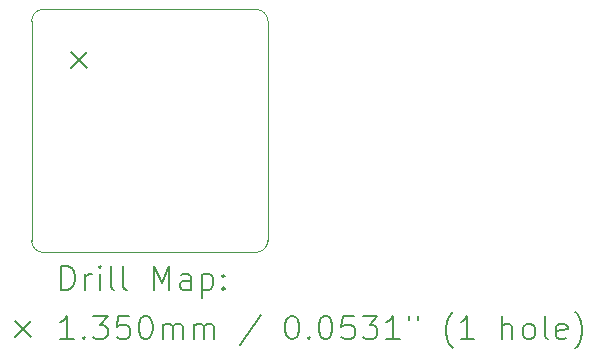
<source format=gbr>
%TF.GenerationSoftware,KiCad,Pcbnew,6.0.10+dfsg-1~bpo11+1*%
%TF.ProjectId,project,70726f6a-6563-4742-9e6b-696361645f70,rev?*%
%TF.SameCoordinates,Original*%
%TF.FileFunction,Drillmap*%
%TF.FilePolarity,Positive*%
%FSLAX45Y45*%
G04 Gerber Fmt 4.5, Leading zero omitted, Abs format (unit mm)*
%MOMM*%
%LPD*%
G01*
G04 APERTURE LIST*
%ADD10C,0.100000*%
%ADD11C,0.200000*%
%ADD12C,0.135000*%
G04 APERTURE END LIST*
D10*
X16350000Y-10740000D02*
G75*
G03*
X16250000Y-10840000I0J-100000D01*
G01*
X16350000Y-12798539D02*
X18150000Y-12798539D01*
X18250000Y-12699250D02*
X18250000Y-10840000D01*
X16250000Y-10840000D02*
X16250000Y-12699250D01*
X16249991Y-12699250D02*
G75*
G03*
X16350000Y-12798539I99649J360D01*
G01*
X18250000Y-10840000D02*
G75*
G03*
X18150000Y-10740000I-100000J0D01*
G01*
X18150000Y-12798530D02*
G75*
G03*
X18250000Y-12699250I360J99640D01*
G01*
X18150000Y-10740000D02*
X16350000Y-10740000D01*
D11*
D12*
X16582500Y-11101750D02*
X16717500Y-11236750D01*
X16717500Y-11101750D02*
X16582500Y-11236750D01*
D11*
X16502619Y-13114016D02*
X16502619Y-12914016D01*
X16550238Y-12914016D01*
X16578809Y-12923540D01*
X16597857Y-12942588D01*
X16607381Y-12961635D01*
X16616905Y-12999730D01*
X16616905Y-13028302D01*
X16607381Y-13066397D01*
X16597857Y-13085445D01*
X16578809Y-13104492D01*
X16550238Y-13114016D01*
X16502619Y-13114016D01*
X16702619Y-13114016D02*
X16702619Y-12980683D01*
X16702619Y-13018778D02*
X16712143Y-12999730D01*
X16721667Y-12990207D01*
X16740714Y-12980683D01*
X16759762Y-12980683D01*
X16826429Y-13114016D02*
X16826429Y-12980683D01*
X16826429Y-12914016D02*
X16816905Y-12923540D01*
X16826429Y-12933064D01*
X16835952Y-12923540D01*
X16826429Y-12914016D01*
X16826429Y-12933064D01*
X16950238Y-13114016D02*
X16931190Y-13104492D01*
X16921667Y-13085445D01*
X16921667Y-12914016D01*
X17055000Y-13114016D02*
X17035952Y-13104492D01*
X17026429Y-13085445D01*
X17026429Y-12914016D01*
X17283571Y-13114016D02*
X17283571Y-12914016D01*
X17350238Y-13056873D01*
X17416905Y-12914016D01*
X17416905Y-13114016D01*
X17597857Y-13114016D02*
X17597857Y-13009254D01*
X17588333Y-12990207D01*
X17569286Y-12980683D01*
X17531190Y-12980683D01*
X17512143Y-12990207D01*
X17597857Y-13104492D02*
X17578810Y-13114016D01*
X17531190Y-13114016D01*
X17512143Y-13104492D01*
X17502619Y-13085445D01*
X17502619Y-13066397D01*
X17512143Y-13047349D01*
X17531190Y-13037826D01*
X17578810Y-13037826D01*
X17597857Y-13028302D01*
X17693095Y-12980683D02*
X17693095Y-13180683D01*
X17693095Y-12990207D02*
X17712143Y-12980683D01*
X17750238Y-12980683D01*
X17769286Y-12990207D01*
X17778810Y-12999730D01*
X17788333Y-13018778D01*
X17788333Y-13075921D01*
X17778810Y-13094968D01*
X17769286Y-13104492D01*
X17750238Y-13114016D01*
X17712143Y-13114016D01*
X17693095Y-13104492D01*
X17874048Y-13094968D02*
X17883571Y-13104492D01*
X17874048Y-13114016D01*
X17864524Y-13104492D01*
X17874048Y-13094968D01*
X17874048Y-13114016D01*
X17874048Y-12990207D02*
X17883571Y-12999730D01*
X17874048Y-13009254D01*
X17864524Y-12999730D01*
X17874048Y-12990207D01*
X17874048Y-13009254D01*
D12*
X16110000Y-13376040D02*
X16245000Y-13511040D01*
X16245000Y-13376040D02*
X16110000Y-13511040D01*
D11*
X16607381Y-13534016D02*
X16493095Y-13534016D01*
X16550238Y-13534016D02*
X16550238Y-13334016D01*
X16531190Y-13362588D01*
X16512143Y-13381635D01*
X16493095Y-13391159D01*
X16693095Y-13514968D02*
X16702619Y-13524492D01*
X16693095Y-13534016D01*
X16683571Y-13524492D01*
X16693095Y-13514968D01*
X16693095Y-13534016D01*
X16769286Y-13334016D02*
X16893095Y-13334016D01*
X16826429Y-13410207D01*
X16855000Y-13410207D01*
X16874048Y-13419730D01*
X16883571Y-13429254D01*
X16893095Y-13448302D01*
X16893095Y-13495921D01*
X16883571Y-13514968D01*
X16874048Y-13524492D01*
X16855000Y-13534016D01*
X16797857Y-13534016D01*
X16778810Y-13524492D01*
X16769286Y-13514968D01*
X17074048Y-13334016D02*
X16978810Y-13334016D01*
X16969286Y-13429254D01*
X16978810Y-13419730D01*
X16997857Y-13410207D01*
X17045476Y-13410207D01*
X17064524Y-13419730D01*
X17074048Y-13429254D01*
X17083571Y-13448302D01*
X17083571Y-13495921D01*
X17074048Y-13514968D01*
X17064524Y-13524492D01*
X17045476Y-13534016D01*
X16997857Y-13534016D01*
X16978810Y-13524492D01*
X16969286Y-13514968D01*
X17207381Y-13334016D02*
X17226429Y-13334016D01*
X17245476Y-13343540D01*
X17255000Y-13353064D01*
X17264524Y-13372111D01*
X17274048Y-13410207D01*
X17274048Y-13457826D01*
X17264524Y-13495921D01*
X17255000Y-13514968D01*
X17245476Y-13524492D01*
X17226429Y-13534016D01*
X17207381Y-13534016D01*
X17188333Y-13524492D01*
X17178810Y-13514968D01*
X17169286Y-13495921D01*
X17159762Y-13457826D01*
X17159762Y-13410207D01*
X17169286Y-13372111D01*
X17178810Y-13353064D01*
X17188333Y-13343540D01*
X17207381Y-13334016D01*
X17359762Y-13534016D02*
X17359762Y-13400683D01*
X17359762Y-13419730D02*
X17369286Y-13410207D01*
X17388333Y-13400683D01*
X17416905Y-13400683D01*
X17435952Y-13410207D01*
X17445476Y-13429254D01*
X17445476Y-13534016D01*
X17445476Y-13429254D02*
X17455000Y-13410207D01*
X17474048Y-13400683D01*
X17502619Y-13400683D01*
X17521667Y-13410207D01*
X17531190Y-13429254D01*
X17531190Y-13534016D01*
X17626429Y-13534016D02*
X17626429Y-13400683D01*
X17626429Y-13419730D02*
X17635952Y-13410207D01*
X17655000Y-13400683D01*
X17683571Y-13400683D01*
X17702619Y-13410207D01*
X17712143Y-13429254D01*
X17712143Y-13534016D01*
X17712143Y-13429254D02*
X17721667Y-13410207D01*
X17740714Y-13400683D01*
X17769286Y-13400683D01*
X17788333Y-13410207D01*
X17797857Y-13429254D01*
X17797857Y-13534016D01*
X18188333Y-13324492D02*
X18016905Y-13581635D01*
X18445476Y-13334016D02*
X18464524Y-13334016D01*
X18483571Y-13343540D01*
X18493095Y-13353064D01*
X18502619Y-13372111D01*
X18512143Y-13410207D01*
X18512143Y-13457826D01*
X18502619Y-13495921D01*
X18493095Y-13514968D01*
X18483571Y-13524492D01*
X18464524Y-13534016D01*
X18445476Y-13534016D01*
X18426429Y-13524492D01*
X18416905Y-13514968D01*
X18407381Y-13495921D01*
X18397857Y-13457826D01*
X18397857Y-13410207D01*
X18407381Y-13372111D01*
X18416905Y-13353064D01*
X18426429Y-13343540D01*
X18445476Y-13334016D01*
X18597857Y-13514968D02*
X18607381Y-13524492D01*
X18597857Y-13534016D01*
X18588333Y-13524492D01*
X18597857Y-13514968D01*
X18597857Y-13534016D01*
X18731190Y-13334016D02*
X18750238Y-13334016D01*
X18769286Y-13343540D01*
X18778810Y-13353064D01*
X18788333Y-13372111D01*
X18797857Y-13410207D01*
X18797857Y-13457826D01*
X18788333Y-13495921D01*
X18778810Y-13514968D01*
X18769286Y-13524492D01*
X18750238Y-13534016D01*
X18731190Y-13534016D01*
X18712143Y-13524492D01*
X18702619Y-13514968D01*
X18693095Y-13495921D01*
X18683571Y-13457826D01*
X18683571Y-13410207D01*
X18693095Y-13372111D01*
X18702619Y-13353064D01*
X18712143Y-13343540D01*
X18731190Y-13334016D01*
X18978810Y-13334016D02*
X18883571Y-13334016D01*
X18874048Y-13429254D01*
X18883571Y-13419730D01*
X18902619Y-13410207D01*
X18950238Y-13410207D01*
X18969286Y-13419730D01*
X18978810Y-13429254D01*
X18988333Y-13448302D01*
X18988333Y-13495921D01*
X18978810Y-13514968D01*
X18969286Y-13524492D01*
X18950238Y-13534016D01*
X18902619Y-13534016D01*
X18883571Y-13524492D01*
X18874048Y-13514968D01*
X19055000Y-13334016D02*
X19178810Y-13334016D01*
X19112143Y-13410207D01*
X19140714Y-13410207D01*
X19159762Y-13419730D01*
X19169286Y-13429254D01*
X19178810Y-13448302D01*
X19178810Y-13495921D01*
X19169286Y-13514968D01*
X19159762Y-13524492D01*
X19140714Y-13534016D01*
X19083571Y-13534016D01*
X19064524Y-13524492D01*
X19055000Y-13514968D01*
X19369286Y-13534016D02*
X19255000Y-13534016D01*
X19312143Y-13534016D02*
X19312143Y-13334016D01*
X19293095Y-13362588D01*
X19274048Y-13381635D01*
X19255000Y-13391159D01*
X19445476Y-13334016D02*
X19445476Y-13372111D01*
X19521667Y-13334016D02*
X19521667Y-13372111D01*
X19816905Y-13610207D02*
X19807381Y-13600683D01*
X19788333Y-13572111D01*
X19778810Y-13553064D01*
X19769286Y-13524492D01*
X19759762Y-13476873D01*
X19759762Y-13438778D01*
X19769286Y-13391159D01*
X19778810Y-13362588D01*
X19788333Y-13343540D01*
X19807381Y-13314968D01*
X19816905Y-13305445D01*
X19997857Y-13534016D02*
X19883571Y-13534016D01*
X19940714Y-13534016D02*
X19940714Y-13334016D01*
X19921667Y-13362588D01*
X19902619Y-13381635D01*
X19883571Y-13391159D01*
X20235952Y-13534016D02*
X20235952Y-13334016D01*
X20321667Y-13534016D02*
X20321667Y-13429254D01*
X20312143Y-13410207D01*
X20293095Y-13400683D01*
X20264524Y-13400683D01*
X20245476Y-13410207D01*
X20235952Y-13419730D01*
X20445476Y-13534016D02*
X20426429Y-13524492D01*
X20416905Y-13514968D01*
X20407381Y-13495921D01*
X20407381Y-13438778D01*
X20416905Y-13419730D01*
X20426429Y-13410207D01*
X20445476Y-13400683D01*
X20474048Y-13400683D01*
X20493095Y-13410207D01*
X20502619Y-13419730D01*
X20512143Y-13438778D01*
X20512143Y-13495921D01*
X20502619Y-13514968D01*
X20493095Y-13524492D01*
X20474048Y-13534016D01*
X20445476Y-13534016D01*
X20626429Y-13534016D02*
X20607381Y-13524492D01*
X20597857Y-13505445D01*
X20597857Y-13334016D01*
X20778810Y-13524492D02*
X20759762Y-13534016D01*
X20721667Y-13534016D01*
X20702619Y-13524492D01*
X20693095Y-13505445D01*
X20693095Y-13429254D01*
X20702619Y-13410207D01*
X20721667Y-13400683D01*
X20759762Y-13400683D01*
X20778810Y-13410207D01*
X20788333Y-13429254D01*
X20788333Y-13448302D01*
X20693095Y-13467349D01*
X20855000Y-13610207D02*
X20864524Y-13600683D01*
X20883571Y-13572111D01*
X20893095Y-13553064D01*
X20902619Y-13524492D01*
X20912143Y-13476873D01*
X20912143Y-13438778D01*
X20902619Y-13391159D01*
X20893095Y-13362588D01*
X20883571Y-13343540D01*
X20864524Y-13314968D01*
X20855000Y-13305445D01*
M02*

</source>
